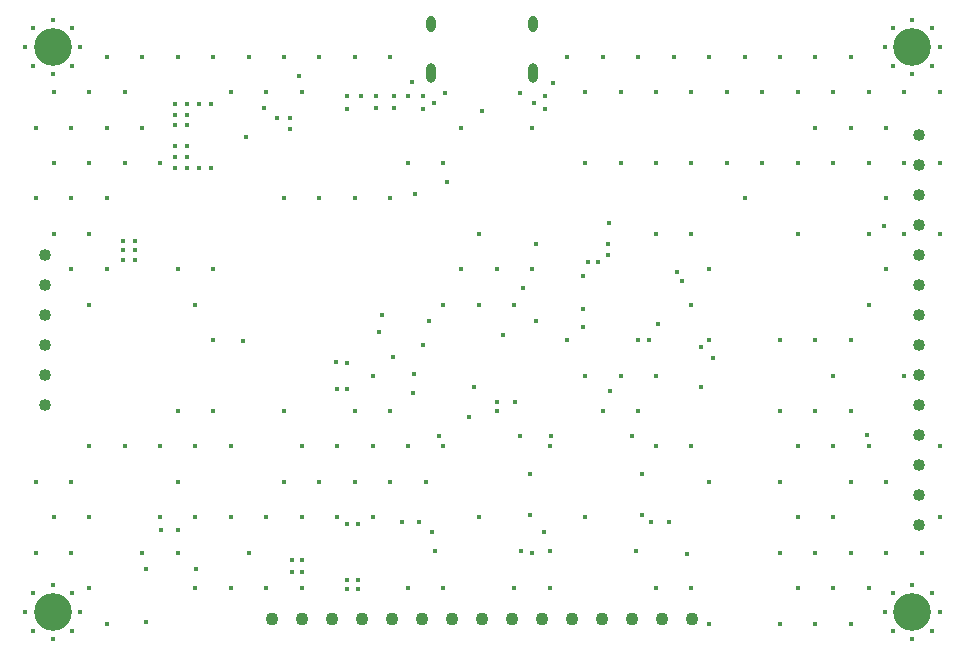
<source format=gbr>
%TF.GenerationSoftware,Altium Limited,Altium Designer,26.2.0 (7)*%
G04 Layer_Color=0*
%FSLAX45Y45*%
%MOMM*%
%TF.SameCoordinates,98F60570-CFD4-4618-BAC5-DA2D18F82F03*%
%TF.FilePolarity,Positive*%
%TF.FileFunction,Plated,1,4,PTH,Drill*%
%TF.Part,Single*%
G01*
G75*
%TA.AperFunction,ComponentDrill*%
%ADD75C,1.02000*%
%ADD76C,1.10000*%
%ADD77O,0.80000X1.70000*%
%ADD78O,0.80000X1.40000*%
%TA.AperFunction,OtherDrill,Pad Free-MH3 (76.4mm,51.4mm)*%
%ADD79C,3.20000*%
%TA.AperFunction,OtherDrill,Pad Free-MH4 (76.4mm,3.6mm)*%
%ADD80C,3.20000*%
%TA.AperFunction,OtherDrill,Pad Free-MH1 (3.6mm,3.6mm)*%
%ADD81C,3.20000*%
%TA.AperFunction,OtherDrill,Pad Free-MH2 (3.6mm,51.4mm)*%
%ADD82C,3.20000*%
%TA.AperFunction,ViaDrill,NotFilled*%
%ADD83C,0.40000*%
D75*
X7700000Y4401000D02*
D03*
Y4147000D02*
D03*
Y3893000D02*
D03*
Y3639000D02*
D03*
Y3385000D02*
D03*
Y3131000D02*
D03*
Y2877000D02*
D03*
Y2623000D02*
D03*
Y2369000D02*
D03*
Y2115000D02*
D03*
Y1861000D02*
D03*
Y1607000D02*
D03*
Y1099000D02*
D03*
Y1353000D02*
D03*
X300000Y2369000D02*
D03*
Y2623000D02*
D03*
Y2877000D02*
D03*
Y3131000D02*
D03*
Y3385000D02*
D03*
Y2115000D02*
D03*
D76*
X5524000Y300000D02*
D03*
X5270000D02*
D03*
X4254000D02*
D03*
X3492000D02*
D03*
X2476000D02*
D03*
X2222000D02*
D03*
X2730000D02*
D03*
X3238000D02*
D03*
X4000000D02*
D03*
X4762000D02*
D03*
X5016000D02*
D03*
X4508000D02*
D03*
X3746000D02*
D03*
X2984000D02*
D03*
X5778000D02*
D03*
D77*
X3568000Y4919750D02*
D03*
X4432000D02*
D03*
D78*
Y5337750D02*
D03*
X3568000D02*
D03*
D79*
X7640000Y5140000D02*
D03*
D80*
Y360000D02*
D03*
D81*
X360000D02*
D03*
D82*
Y5140000D02*
D03*
D83*
X7869996Y4759997D02*
D03*
Y4159997D02*
D03*
Y3559997D02*
D03*
Y1759998D02*
D03*
Y1159998D02*
D03*
X7719996Y859998D02*
D03*
X7569996Y4759997D02*
D03*
X7419996Y4459997D02*
D03*
X7569996Y4159997D02*
D03*
X7419996Y3859997D02*
D03*
X7569996Y3559997D02*
D03*
X7419996Y3259998D02*
D03*
X7569996Y2359998D02*
D03*
X7419996Y1459998D02*
D03*
Y859998D02*
D03*
X7119996Y5059997D02*
D03*
X7269996Y4759997D02*
D03*
X7119996Y4459997D02*
D03*
X7269996Y4159997D02*
D03*
Y3559997D02*
D03*
Y2959998D02*
D03*
X7119996Y2659998D02*
D03*
Y2059998D02*
D03*
X7269996Y1759998D02*
D03*
X7119996Y1459998D02*
D03*
Y859998D02*
D03*
X7269996Y559998D02*
D03*
X7119996Y259998D02*
D03*
X6819996Y5059997D02*
D03*
X6969996Y4759997D02*
D03*
X6819996Y4459997D02*
D03*
X6969996Y4159997D02*
D03*
X6819996Y2659998D02*
D03*
X6969996Y2359998D02*
D03*
X6819996Y2059998D02*
D03*
X6969996Y1759998D02*
D03*
Y1159998D02*
D03*
X6819996Y859998D02*
D03*
X6969996Y559998D02*
D03*
X6819996Y259998D02*
D03*
X6519996Y5059997D02*
D03*
X6669996Y4759997D02*
D03*
Y4159997D02*
D03*
Y3559997D02*
D03*
X6519996Y2659998D02*
D03*
Y2059998D02*
D03*
X6669996Y1759998D02*
D03*
X6519996Y1459998D02*
D03*
X6669996Y1159998D02*
D03*
X6519996Y859998D02*
D03*
X6669996Y559998D02*
D03*
X6519996Y259998D02*
D03*
X6219996Y5059997D02*
D03*
X6369996Y4759997D02*
D03*
Y4159997D02*
D03*
X6219996Y3859997D02*
D03*
X5919997Y5059997D02*
D03*
X6069996Y4759997D02*
D03*
Y4159997D02*
D03*
X5919997Y3259998D02*
D03*
Y2659998D02*
D03*
Y1459998D02*
D03*
Y259998D02*
D03*
X5619997Y5059997D02*
D03*
X5769997Y4759997D02*
D03*
Y4159997D02*
D03*
Y3559997D02*
D03*
Y2959998D02*
D03*
Y1759998D02*
D03*
Y559998D02*
D03*
X5319997Y5059997D02*
D03*
X5469997Y4759997D02*
D03*
Y4159997D02*
D03*
Y3559997D02*
D03*
X5319997Y2659998D02*
D03*
X5469997Y2359998D02*
D03*
X5319997Y2059998D02*
D03*
X5469997Y1759998D02*
D03*
Y559998D02*
D03*
X5019997Y5059997D02*
D03*
X5169997Y4759997D02*
D03*
Y4159997D02*
D03*
Y2359998D02*
D03*
X5019997Y2059998D02*
D03*
X4719997Y5059997D02*
D03*
X4869997Y4759997D02*
D03*
Y4159997D02*
D03*
X4719997Y2659998D02*
D03*
X4869997Y2359998D02*
D03*
Y1159998D02*
D03*
X4419997Y4459997D02*
D03*
Y3259998D02*
D03*
X4569997Y1759998D02*
D03*
X4419997Y859998D02*
D03*
X4569997Y559998D02*
D03*
X4119997Y3259998D02*
D03*
X4269997Y2959998D02*
D03*
X4119997Y2059998D02*
D03*
X4269997Y559998D02*
D03*
X3819997Y4459997D02*
D03*
X3969997Y3559997D02*
D03*
X3819997Y3259998D02*
D03*
X3969997Y2959998D02*
D03*
Y1159998D02*
D03*
X3669997Y4159997D02*
D03*
Y2959998D02*
D03*
Y1759998D02*
D03*
X3519997Y1459998D02*
D03*
X3669997Y559998D02*
D03*
X3219997Y5059997D02*
D03*
X3369997Y4159997D02*
D03*
X3219997Y3859997D02*
D03*
Y2059998D02*
D03*
X3369997Y1759998D02*
D03*
X3219997Y1459998D02*
D03*
X3369997Y559998D02*
D03*
X2919997Y5059997D02*
D03*
Y3859997D02*
D03*
X3069997Y2359998D02*
D03*
X2919997Y2059998D02*
D03*
X3069997Y1759998D02*
D03*
X2919997Y1459998D02*
D03*
X3069997Y1159998D02*
D03*
X2619998Y5059997D02*
D03*
Y3859997D02*
D03*
X2769998Y1759998D02*
D03*
X2619998Y1459998D02*
D03*
X2769998Y1159998D02*
D03*
X2319998Y5059997D02*
D03*
X2469998Y4759997D02*
D03*
X2319998Y3859997D02*
D03*
Y2059998D02*
D03*
X2469998Y1759998D02*
D03*
X2319998Y1459998D02*
D03*
X2469998Y1159998D02*
D03*
Y559998D02*
D03*
X2019998Y5059997D02*
D03*
X2169998Y4759997D02*
D03*
Y1159998D02*
D03*
X2019998Y859998D02*
D03*
X2169998Y559998D02*
D03*
X1719998Y5059997D02*
D03*
X1869998Y4759997D02*
D03*
X1719998Y3259998D02*
D03*
Y2659998D02*
D03*
Y2059998D02*
D03*
X1869998Y1759998D02*
D03*
Y1159998D02*
D03*
Y559998D02*
D03*
X1419998Y5059997D02*
D03*
Y3259998D02*
D03*
X1569998Y2959998D02*
D03*
X1419998Y2059998D02*
D03*
X1569998Y1759998D02*
D03*
X1419998Y1459998D02*
D03*
X1569998Y1159998D02*
D03*
X1419998Y859998D02*
D03*
X1569998Y559998D02*
D03*
X1119998Y5059997D02*
D03*
Y4459997D02*
D03*
X1269998Y4159997D02*
D03*
Y1759998D02*
D03*
Y1159998D02*
D03*
X1119998Y859998D02*
D03*
X819998Y5059997D02*
D03*
X969998Y4759997D02*
D03*
X819998Y4459997D02*
D03*
X969998Y4159997D02*
D03*
X819998Y3859997D02*
D03*
Y3259998D02*
D03*
X969998Y1759998D02*
D03*
X819998Y259998D02*
D03*
X669998Y4759997D02*
D03*
X519998Y4459997D02*
D03*
X669998Y4159997D02*
D03*
X519998Y3859997D02*
D03*
X669998Y3559997D02*
D03*
X519998Y3259998D02*
D03*
X669998Y2959998D02*
D03*
Y1759998D02*
D03*
X519998Y1459998D02*
D03*
X669998Y1159998D02*
D03*
X519998Y859998D02*
D03*
X669998Y559998D02*
D03*
X369998Y4759997D02*
D03*
X219998Y4459997D02*
D03*
X369998Y4159997D02*
D03*
X219998Y3859997D02*
D03*
X369998Y3559997D02*
D03*
X219998Y1459998D02*
D03*
X369998Y1159998D02*
D03*
X219998Y859998D02*
D03*
X2850000Y2470000D02*
D03*
Y2250000D02*
D03*
X5687500Y3162500D02*
D03*
X3125000Y2725000D02*
D03*
X5075000Y3650000D02*
D03*
X4850000Y2925000D02*
D03*
X3425000Y3900000D02*
D03*
X1975000Y2650000D02*
D03*
X1575000Y725000D02*
D03*
X2475000Y800000D02*
D03*
Y700000D02*
D03*
X3495000Y2620000D02*
D03*
X2390000Y800000D02*
D03*
Y700000D02*
D03*
X1600000Y4120000D02*
D03*
X1500000D02*
D03*
X1400000D02*
D03*
X1700000D02*
D03*
X1500000Y4210000D02*
D03*
X1400000D02*
D03*
Y4300000D02*
D03*
X1500000D02*
D03*
X4400000Y1525000D02*
D03*
X5350000D02*
D03*
X4275000Y2140000D02*
D03*
X5730000Y850000D02*
D03*
X5850000Y2260000D02*
D03*
X2850000Y630000D02*
D03*
X2950000D02*
D03*
X2850000Y550000D02*
D03*
X2950000D02*
D03*
X960000Y3500000D02*
D03*
X1060000D02*
D03*
Y3340000D02*
D03*
X960000D02*
D03*
Y3420000D02*
D03*
X1060000D02*
D03*
X2765000Y2250000D02*
D03*
X2762500Y2472500D02*
D03*
X3460000Y1120000D02*
D03*
X5950000Y2510000D02*
D03*
X5850000Y2600000D02*
D03*
X7802635Y4977365D02*
D03*
X7640000Y4910000D02*
D03*
X7477365Y4977365D02*
D03*
X7410000Y5140000D02*
D03*
X7477365Y5302635D02*
D03*
X7640000Y5370000D02*
D03*
X7802635Y5302635D02*
D03*
X7870000Y5140000D02*
D03*
X7802635Y197365D02*
D03*
X7640000Y130000D02*
D03*
X7477365Y197365D02*
D03*
X7410000Y360000D02*
D03*
X7477365Y522635D02*
D03*
X7640000Y590000D02*
D03*
X7802635Y522635D02*
D03*
X7870000Y360000D02*
D03*
X522635Y197365D02*
D03*
X360000Y130000D02*
D03*
X197365Y197365D02*
D03*
X130000Y360000D02*
D03*
X197365Y522635D02*
D03*
X360000Y590000D02*
D03*
X522635Y522635D02*
D03*
X590000Y360000D02*
D03*
X360000Y5370000D02*
D03*
X522635Y5302635D02*
D03*
X590000Y5140000D02*
D03*
X522635Y4977365D02*
D03*
X360000Y4910000D02*
D03*
X197365Y4977365D02*
D03*
X130000Y5140000D02*
D03*
X197365Y5302635D02*
D03*
X3550000Y2825000D02*
D03*
X2370000Y4540000D02*
D03*
X3370000Y4730000D02*
D03*
X3500000Y4620000D02*
D03*
X2850000D02*
D03*
X2970000Y4730000D02*
D03*
X2260000Y4540000D02*
D03*
X2370000Y4450000D02*
D03*
X1400000Y4480000D02*
D03*
X1500000D02*
D03*
X1400000Y4570000D02*
D03*
X1500000D02*
D03*
X1400000Y4660000D02*
D03*
X1500000D02*
D03*
X1600000D02*
D03*
X1700000D02*
D03*
X2000000Y4380000D02*
D03*
X4980000Y3320000D02*
D03*
X5060000Y3470000D02*
D03*
Y3380000D02*
D03*
X4890000Y3320000D02*
D03*
X4600000Y4840000D02*
D03*
X3400000Y4850000D02*
D03*
X3680000Y4750000D02*
D03*
X4320000D02*
D03*
X4125000Y2140000D02*
D03*
X2850000Y1100000D02*
D03*
X2950000D02*
D03*
X2450000Y4900000D02*
D03*
X4450000Y3475000D02*
D03*
Y2825000D02*
D03*
X4175000Y2700000D02*
D03*
X3100000Y4625000D02*
D03*
X3250000D02*
D03*
X2150000Y4622500D02*
D03*
X4850000Y2775000D02*
D03*
X3420000Y2370000D02*
D03*
X3410000Y2210000D02*
D03*
X3890000Y2010000D02*
D03*
X3630000Y1850000D02*
D03*
X4320000D02*
D03*
X5270000D02*
D03*
X4580000D02*
D03*
X4400000Y1180000D02*
D03*
X1425000Y1050000D02*
D03*
X1275000D02*
D03*
X1150000Y275000D02*
D03*
Y725000D02*
D03*
X4000000Y4600000D02*
D03*
X5580000Y1120000D02*
D03*
X5430000D02*
D03*
X3320000D02*
D03*
X5410000Y2660000D02*
D03*
X5080000Y2230000D02*
D03*
X5490000Y2800000D02*
D03*
X3925000Y2260000D02*
D03*
X5350000Y1180000D02*
D03*
X4520000Y1040000D02*
D03*
X3570000D02*
D03*
X3245000Y2520000D02*
D03*
X3700000Y4000000D02*
D03*
X3150000Y2875000D02*
D03*
X4850000Y3200000D02*
D03*
X3500000Y4730000D02*
D03*
X2850000D02*
D03*
X3100000D02*
D03*
X3250000D02*
D03*
X3590000Y4670000D02*
D03*
X4440000D02*
D03*
X4530000Y4730000D02*
D03*
Y4620000D02*
D03*
X4340000Y3100000D02*
D03*
X5650000Y3240000D02*
D03*
X7400000Y3630000D02*
D03*
X7252500Y1860000D02*
D03*
X4325000Y875000D02*
D03*
X3600000D02*
D03*
X4575000D02*
D03*
X5302500D02*
D03*
%TF.MD5,8377439d147693b8dfc6e0f5baaf39d0*%
M02*

</source>
